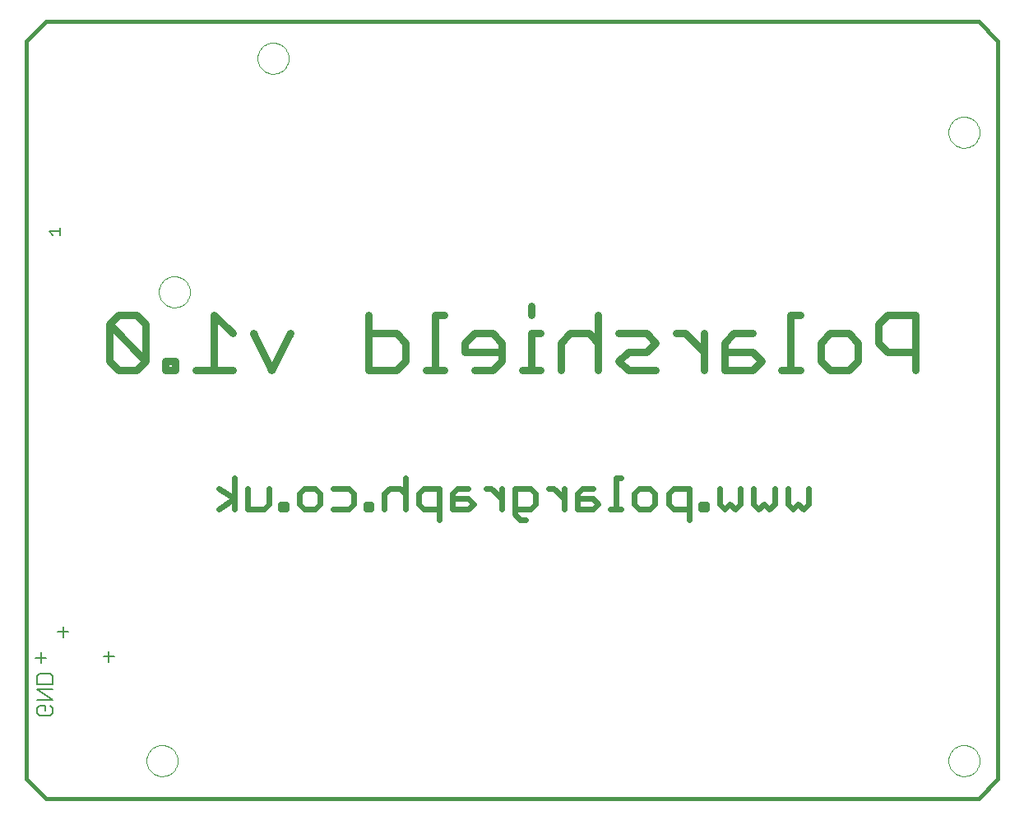
<source format=gbo>
G75*
G70*
%OFA0B0*%
%FSLAX24Y24*%
%IPPOS*%
%LPD*%
%AMOC8*
5,1,8,0,0,1.08239X$1,22.5*
%
%ADD10C,0.0160*%
%ADD11C,0.0300*%
%ADD12C,0.0230*%
%ADD13C,0.0000*%
%ADD14C,0.0060*%
%ADD15C,0.0080*%
D10*
X001915Y001362D02*
X002702Y000574D01*
X040498Y000574D01*
X041285Y001362D01*
X041285Y031283D01*
X040498Y032071D01*
X002702Y032071D01*
X001915Y031283D01*
X001915Y001362D01*
D11*
X005641Y017929D02*
X006389Y017929D01*
X006762Y018303D01*
X005268Y019797D01*
X005268Y018303D01*
X005641Y017929D01*
X006762Y018303D02*
X006762Y019797D01*
X006389Y020171D01*
X005641Y020171D01*
X005268Y019797D01*
X007558Y018303D02*
X007558Y017929D01*
X007932Y017929D01*
X007932Y018303D01*
X007558Y018303D01*
X008776Y017929D02*
X010271Y017929D01*
X009523Y017929D02*
X009523Y020171D01*
X010271Y019424D01*
X011115Y019424D02*
X011862Y017929D01*
X012609Y019424D01*
X015792Y019424D02*
X016913Y019424D01*
X017287Y019050D01*
X017287Y018303D01*
X016913Y017929D01*
X015792Y017929D01*
X015792Y020171D01*
X018472Y020171D02*
X018472Y017929D01*
X018099Y017929D02*
X018846Y017929D01*
X019690Y018676D02*
X021185Y018676D01*
X021185Y018303D02*
X021185Y019050D01*
X020811Y019424D01*
X020064Y019424D01*
X019690Y019050D01*
X019690Y018676D01*
X020064Y017929D02*
X020811Y017929D01*
X021185Y018303D01*
X021997Y017929D02*
X022744Y017929D01*
X022370Y017929D02*
X022370Y019424D01*
X022744Y019424D01*
X022370Y020171D02*
X022370Y020545D01*
X023588Y019050D02*
X023962Y019424D01*
X024709Y019424D01*
X025083Y019050D01*
X025927Y019424D02*
X027048Y019424D01*
X027422Y019050D01*
X027048Y018676D01*
X026301Y018676D01*
X025927Y018303D01*
X026301Y017929D01*
X027422Y017929D01*
X028623Y019424D02*
X029371Y018676D01*
X029371Y017929D02*
X029371Y019424D01*
X028623Y019424D02*
X028250Y019424D01*
X030215Y019050D02*
X030215Y017929D01*
X031336Y017929D01*
X031709Y018303D01*
X031336Y018676D01*
X030215Y018676D01*
X030215Y019050D02*
X030588Y019424D01*
X031336Y019424D01*
X032895Y020171D02*
X032895Y017929D01*
X033269Y017929D02*
X032521Y017929D01*
X034113Y018303D02*
X034113Y019050D01*
X034486Y019424D01*
X035234Y019424D01*
X035607Y019050D01*
X035607Y018303D01*
X035234Y017929D01*
X034486Y017929D01*
X034113Y018303D01*
X033269Y020171D02*
X032895Y020171D01*
X036451Y019797D02*
X036451Y019050D01*
X036825Y018676D01*
X037946Y018676D01*
X037946Y017929D02*
X037946Y020171D01*
X036825Y020171D01*
X036451Y019797D01*
X025083Y020171D02*
X025083Y017929D01*
X023588Y017929D02*
X023588Y019050D01*
X018846Y020171D02*
X018472Y020171D01*
D12*
X017268Y013575D02*
X017268Y012304D01*
X017801Y012515D02*
X018013Y012304D01*
X018649Y012304D01*
X018649Y011880D02*
X018649Y013151D01*
X018013Y013151D01*
X017801Y012939D01*
X017801Y012515D01*
X017268Y012939D02*
X017056Y013151D01*
X016632Y013151D01*
X016420Y012939D01*
X016420Y012304D01*
X015886Y012304D02*
X015675Y012304D01*
X015675Y012515D01*
X015886Y012515D01*
X015886Y012304D01*
X015196Y012515D02*
X014984Y012304D01*
X014348Y012304D01*
X013815Y012515D02*
X013815Y012939D01*
X013603Y013151D01*
X013179Y013151D01*
X012967Y012939D01*
X012967Y012515D01*
X013179Y012304D01*
X013603Y012304D01*
X013815Y012515D01*
X014348Y013151D02*
X014984Y013151D01*
X015196Y012939D01*
X015196Y012515D01*
X012434Y012515D02*
X012434Y012304D01*
X012222Y012304D01*
X012222Y012515D01*
X012434Y012515D01*
X011743Y012515D02*
X011743Y013151D01*
X011743Y012515D02*
X011531Y012304D01*
X010896Y012304D01*
X010896Y013151D01*
X010362Y013575D02*
X010362Y012304D01*
X010362Y012727D02*
X009726Y013151D01*
X010362Y012727D02*
X009726Y012304D01*
X019182Y012304D02*
X019818Y012304D01*
X020030Y012515D01*
X019818Y012727D01*
X019182Y012727D01*
X019182Y012939D02*
X019182Y012304D01*
X019182Y012939D02*
X019394Y013151D01*
X019818Y013151D01*
X020545Y013151D02*
X020757Y013151D01*
X021181Y012727D01*
X021181Y012304D02*
X021181Y013151D01*
X021715Y013151D02*
X022350Y013151D01*
X022562Y012939D01*
X022562Y012515D01*
X022350Y012304D01*
X021715Y012304D01*
X021715Y012092D02*
X021715Y013151D01*
X021715Y012092D02*
X021926Y011880D01*
X022138Y011880D01*
X023077Y013151D02*
X023289Y013151D01*
X023713Y012727D01*
X023713Y012304D02*
X023713Y013151D01*
X024247Y012939D02*
X024247Y012304D01*
X024882Y012304D01*
X025094Y012515D01*
X024882Y012727D01*
X024247Y012727D01*
X024247Y012939D02*
X024458Y013151D01*
X024882Y013151D01*
X025803Y013575D02*
X025803Y012304D01*
X026015Y012304D02*
X025591Y012304D01*
X026549Y012515D02*
X026760Y012304D01*
X027184Y012304D01*
X027396Y012515D01*
X027396Y012939D01*
X027184Y013151D01*
X026760Y013151D01*
X026549Y012939D01*
X026549Y012515D01*
X026015Y013575D02*
X025803Y013575D01*
X027930Y012939D02*
X027930Y012515D01*
X028141Y012304D01*
X028777Y012304D01*
X028777Y011880D02*
X028777Y013151D01*
X028141Y013151D01*
X027930Y012939D01*
X029256Y012515D02*
X029256Y012304D01*
X029468Y012304D01*
X029468Y012515D01*
X029256Y012515D01*
X030001Y012515D02*
X030001Y013151D01*
X030001Y012515D02*
X030213Y012304D01*
X030425Y012515D01*
X030637Y012304D01*
X030849Y012515D01*
X030849Y013151D01*
X031382Y013151D02*
X031382Y012515D01*
X031594Y012304D01*
X031806Y012515D01*
X032018Y012304D01*
X032230Y012515D01*
X032230Y013151D01*
X032764Y013151D02*
X032764Y012515D01*
X032975Y012304D01*
X033187Y012515D01*
X033399Y012304D01*
X033611Y012515D01*
X033611Y013151D01*
D13*
X039285Y002106D02*
X039287Y002156D01*
X039293Y002206D01*
X039303Y002255D01*
X039317Y002303D01*
X039334Y002350D01*
X039355Y002395D01*
X039380Y002439D01*
X039408Y002480D01*
X039440Y002519D01*
X039474Y002556D01*
X039511Y002590D01*
X039551Y002620D01*
X039593Y002647D01*
X039637Y002671D01*
X039683Y002692D01*
X039730Y002708D01*
X039778Y002721D01*
X039828Y002730D01*
X039877Y002735D01*
X039928Y002736D01*
X039978Y002733D01*
X040027Y002726D01*
X040076Y002715D01*
X040124Y002700D01*
X040170Y002682D01*
X040215Y002660D01*
X040258Y002634D01*
X040299Y002605D01*
X040338Y002573D01*
X040374Y002538D01*
X040406Y002500D01*
X040436Y002460D01*
X040463Y002417D01*
X040486Y002373D01*
X040505Y002327D01*
X040521Y002279D01*
X040533Y002230D01*
X040541Y002181D01*
X040545Y002131D01*
X040545Y002081D01*
X040541Y002031D01*
X040533Y001982D01*
X040521Y001933D01*
X040505Y001885D01*
X040486Y001839D01*
X040463Y001795D01*
X040436Y001752D01*
X040406Y001712D01*
X040374Y001674D01*
X040338Y001639D01*
X040299Y001607D01*
X040258Y001578D01*
X040215Y001552D01*
X040170Y001530D01*
X040124Y001512D01*
X040076Y001497D01*
X040027Y001486D01*
X039978Y001479D01*
X039928Y001476D01*
X039877Y001477D01*
X039828Y001482D01*
X039778Y001491D01*
X039730Y001504D01*
X039683Y001520D01*
X039637Y001541D01*
X039593Y001565D01*
X039551Y001592D01*
X039511Y001622D01*
X039474Y001656D01*
X039440Y001693D01*
X039408Y001732D01*
X039380Y001773D01*
X039355Y001817D01*
X039334Y001862D01*
X039317Y001909D01*
X039303Y001957D01*
X039293Y002006D01*
X039287Y002056D01*
X039285Y002106D01*
X007285Y021106D02*
X007287Y021156D01*
X007293Y021206D01*
X007303Y021255D01*
X007317Y021303D01*
X007334Y021350D01*
X007355Y021395D01*
X007380Y021439D01*
X007408Y021480D01*
X007440Y021519D01*
X007474Y021556D01*
X007511Y021590D01*
X007551Y021620D01*
X007593Y021647D01*
X007637Y021671D01*
X007683Y021692D01*
X007730Y021708D01*
X007778Y021721D01*
X007828Y021730D01*
X007877Y021735D01*
X007928Y021736D01*
X007978Y021733D01*
X008027Y021726D01*
X008076Y021715D01*
X008124Y021700D01*
X008170Y021682D01*
X008215Y021660D01*
X008258Y021634D01*
X008299Y021605D01*
X008338Y021573D01*
X008374Y021538D01*
X008406Y021500D01*
X008436Y021460D01*
X008463Y021417D01*
X008486Y021373D01*
X008505Y021327D01*
X008521Y021279D01*
X008533Y021230D01*
X008541Y021181D01*
X008545Y021131D01*
X008545Y021081D01*
X008541Y021031D01*
X008533Y020982D01*
X008521Y020933D01*
X008505Y020885D01*
X008486Y020839D01*
X008463Y020795D01*
X008436Y020752D01*
X008406Y020712D01*
X008374Y020674D01*
X008338Y020639D01*
X008299Y020607D01*
X008258Y020578D01*
X008215Y020552D01*
X008170Y020530D01*
X008124Y020512D01*
X008076Y020497D01*
X008027Y020486D01*
X007978Y020479D01*
X007928Y020476D01*
X007877Y020477D01*
X007828Y020482D01*
X007778Y020491D01*
X007730Y020504D01*
X007683Y020520D01*
X007637Y020541D01*
X007593Y020565D01*
X007551Y020592D01*
X007511Y020622D01*
X007474Y020656D01*
X007440Y020693D01*
X007408Y020732D01*
X007380Y020773D01*
X007355Y020817D01*
X007334Y020862D01*
X007317Y020909D01*
X007303Y020957D01*
X007293Y021006D01*
X007287Y021056D01*
X007285Y021106D01*
X011285Y030574D02*
X011287Y030624D01*
X011293Y030674D01*
X011303Y030723D01*
X011317Y030771D01*
X011334Y030818D01*
X011355Y030863D01*
X011380Y030907D01*
X011408Y030948D01*
X011440Y030987D01*
X011474Y031024D01*
X011511Y031058D01*
X011551Y031088D01*
X011593Y031115D01*
X011637Y031139D01*
X011683Y031160D01*
X011730Y031176D01*
X011778Y031189D01*
X011828Y031198D01*
X011877Y031203D01*
X011928Y031204D01*
X011978Y031201D01*
X012027Y031194D01*
X012076Y031183D01*
X012124Y031168D01*
X012170Y031150D01*
X012215Y031128D01*
X012258Y031102D01*
X012299Y031073D01*
X012338Y031041D01*
X012374Y031006D01*
X012406Y030968D01*
X012436Y030928D01*
X012463Y030885D01*
X012486Y030841D01*
X012505Y030795D01*
X012521Y030747D01*
X012533Y030698D01*
X012541Y030649D01*
X012545Y030599D01*
X012545Y030549D01*
X012541Y030499D01*
X012533Y030450D01*
X012521Y030401D01*
X012505Y030353D01*
X012486Y030307D01*
X012463Y030263D01*
X012436Y030220D01*
X012406Y030180D01*
X012374Y030142D01*
X012338Y030107D01*
X012299Y030075D01*
X012258Y030046D01*
X012215Y030020D01*
X012170Y029998D01*
X012124Y029980D01*
X012076Y029965D01*
X012027Y029954D01*
X011978Y029947D01*
X011928Y029944D01*
X011877Y029945D01*
X011828Y029950D01*
X011778Y029959D01*
X011730Y029972D01*
X011683Y029988D01*
X011637Y030009D01*
X011593Y030033D01*
X011551Y030060D01*
X011511Y030090D01*
X011474Y030124D01*
X011440Y030161D01*
X011408Y030200D01*
X011380Y030241D01*
X011355Y030285D01*
X011334Y030330D01*
X011317Y030377D01*
X011303Y030425D01*
X011293Y030474D01*
X011287Y030524D01*
X011285Y030574D01*
X039285Y027574D02*
X039287Y027624D01*
X039293Y027674D01*
X039303Y027723D01*
X039317Y027771D01*
X039334Y027818D01*
X039355Y027863D01*
X039380Y027907D01*
X039408Y027948D01*
X039440Y027987D01*
X039474Y028024D01*
X039511Y028058D01*
X039551Y028088D01*
X039593Y028115D01*
X039637Y028139D01*
X039683Y028160D01*
X039730Y028176D01*
X039778Y028189D01*
X039828Y028198D01*
X039877Y028203D01*
X039928Y028204D01*
X039978Y028201D01*
X040027Y028194D01*
X040076Y028183D01*
X040124Y028168D01*
X040170Y028150D01*
X040215Y028128D01*
X040258Y028102D01*
X040299Y028073D01*
X040338Y028041D01*
X040374Y028006D01*
X040406Y027968D01*
X040436Y027928D01*
X040463Y027885D01*
X040486Y027841D01*
X040505Y027795D01*
X040521Y027747D01*
X040533Y027698D01*
X040541Y027649D01*
X040545Y027599D01*
X040545Y027549D01*
X040541Y027499D01*
X040533Y027450D01*
X040521Y027401D01*
X040505Y027353D01*
X040486Y027307D01*
X040463Y027263D01*
X040436Y027220D01*
X040406Y027180D01*
X040374Y027142D01*
X040338Y027107D01*
X040299Y027075D01*
X040258Y027046D01*
X040215Y027020D01*
X040170Y026998D01*
X040124Y026980D01*
X040076Y026965D01*
X040027Y026954D01*
X039978Y026947D01*
X039928Y026944D01*
X039877Y026945D01*
X039828Y026950D01*
X039778Y026959D01*
X039730Y026972D01*
X039683Y026988D01*
X039637Y027009D01*
X039593Y027033D01*
X039551Y027060D01*
X039511Y027090D01*
X039474Y027124D01*
X039440Y027161D01*
X039408Y027200D01*
X039380Y027241D01*
X039355Y027285D01*
X039334Y027330D01*
X039317Y027377D01*
X039303Y027425D01*
X039293Y027474D01*
X039287Y027524D01*
X039285Y027574D01*
X006785Y002106D02*
X006787Y002156D01*
X006793Y002206D01*
X006803Y002255D01*
X006817Y002303D01*
X006834Y002350D01*
X006855Y002395D01*
X006880Y002439D01*
X006908Y002480D01*
X006940Y002519D01*
X006974Y002556D01*
X007011Y002590D01*
X007051Y002620D01*
X007093Y002647D01*
X007137Y002671D01*
X007183Y002692D01*
X007230Y002708D01*
X007278Y002721D01*
X007328Y002730D01*
X007377Y002735D01*
X007428Y002736D01*
X007478Y002733D01*
X007527Y002726D01*
X007576Y002715D01*
X007624Y002700D01*
X007670Y002682D01*
X007715Y002660D01*
X007758Y002634D01*
X007799Y002605D01*
X007838Y002573D01*
X007874Y002538D01*
X007906Y002500D01*
X007936Y002460D01*
X007963Y002417D01*
X007986Y002373D01*
X008005Y002327D01*
X008021Y002279D01*
X008033Y002230D01*
X008041Y002181D01*
X008045Y002131D01*
X008045Y002081D01*
X008041Y002031D01*
X008033Y001982D01*
X008021Y001933D01*
X008005Y001885D01*
X007986Y001839D01*
X007963Y001795D01*
X007936Y001752D01*
X007906Y001712D01*
X007874Y001674D01*
X007838Y001639D01*
X007799Y001607D01*
X007758Y001578D01*
X007715Y001552D01*
X007670Y001530D01*
X007624Y001512D01*
X007576Y001497D01*
X007527Y001486D01*
X007478Y001479D01*
X007428Y001476D01*
X007377Y001477D01*
X007328Y001482D01*
X007278Y001491D01*
X007230Y001504D01*
X007183Y001520D01*
X007137Y001541D01*
X007093Y001565D01*
X007051Y001592D01*
X007011Y001622D01*
X006974Y001656D01*
X006940Y001693D01*
X006908Y001732D01*
X006880Y001773D01*
X006855Y001817D01*
X006834Y001862D01*
X006817Y001909D01*
X006803Y001957D01*
X006793Y002006D01*
X006787Y002056D01*
X006785Y002106D01*
D14*
X002985Y004028D02*
X002879Y003921D01*
X002452Y003921D01*
X002345Y004028D01*
X002345Y004241D01*
X002452Y004348D01*
X002665Y004348D01*
X002665Y004134D01*
X002879Y004348D02*
X002985Y004241D01*
X002985Y004028D01*
X002985Y004565D02*
X002345Y004992D01*
X002985Y004992D01*
X002985Y005210D02*
X002985Y005530D01*
X002879Y005637D01*
X002452Y005637D01*
X002345Y005530D01*
X002345Y005210D01*
X002985Y005210D01*
X002985Y004565D02*
X002345Y004565D01*
X002508Y006061D02*
X002508Y006488D01*
X002295Y006275D02*
X002722Y006275D01*
X003408Y007111D02*
X003408Y007538D01*
X003195Y007325D02*
X003622Y007325D01*
X005045Y006325D02*
X005472Y006325D01*
X005258Y006538D02*
X005258Y006111D01*
D15*
X003275Y023414D02*
X003275Y023695D01*
X003275Y023555D02*
X002855Y023555D01*
X002995Y023414D01*
M02*

</source>
